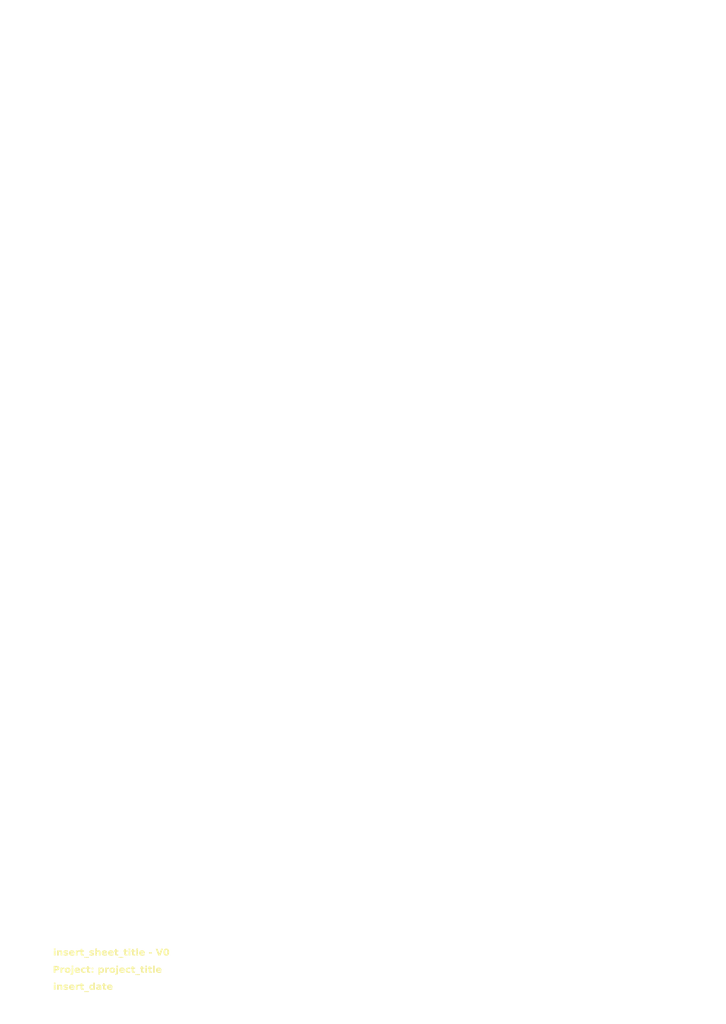
<source format=kicad_pcb>
(kicad_pcb
	(version 20240108)
	(generator "pcbnew")
	(generator_version "8.0")
	(general
		(thickness 0.19)
		(legacy_teardrops no)
	)
	(paper "A4")
	(title_block
		(title "insert_sheet_title")
		(date "insert_date")
		(rev "0")
		(company "University of Cape Town")
		(comment 1 "Project: project_title")
		(comment 2 "Author: name_surname")
	)
	(layers
		(0 "F.Cu" signal)
		(1 "In1.Cu" power)
		(2 "In2.Cu" power)
		(31 "B.Cu" signal)
		(32 "B.Adhes" user "B.Adhesive")
		(33 "F.Adhes" user "F.Adhesive")
		(34 "B.Paste" user)
		(35 "F.Paste" user)
		(36 "B.SilkS" user "B.Silkscreen")
		(37 "F.SilkS" user "F.Silkscreen")
		(38 "B.Mask" user)
		(39 "F.Mask" user)
		(40 "Dwgs.User" user "User.Drawings")
		(41 "Cmts.User" user "User.Comments")
		(44 "Edge.Cuts" user)
		(45 "Margin" user)
		(46 "B.CrtYd" user "B.Courtyard")
		(47 "F.CrtYd" user "F.Courtyard")
		(49 "F.Fab" user)
	)
	(setup
		(stackup
			(layer "F.SilkS"
				(type "Top Silk Screen")
			)
			(layer "F.Paste"
				(type "Top Solder Paste")
			)
			(layer "F.Mask"
				(type "Top Solder Mask")
				(thickness 0.01)
			)
			(layer "F.Cu"
				(type "copper")
				(thickness 0.035)
			)
			(layer "dielectric 1"
				(type "prepreg")
				(thickness 0.01)
				(material "FR4")
				(epsilon_r 4.5)
				(loss_tangent 0.02)
			)
			(layer "In1.Cu"
				(type "copper")
				(thickness 0.035)
			)
			(layer "dielectric 2"
				(type "core")
				(thickness 0.01)
				(material "FR4")
				(epsilon_r 4.5)
				(loss_tangent 0.02)
			)
			(layer "In2.Cu"
				(type "copper")
				(thickness 0.035)
			)
			(layer "dielectric 3"
				(type "prepreg")
				(thickness 0.01)
				(material "FR4")
				(epsilon_r 4.5)
				(loss_tangent 0.02)
			)
			(layer "B.Cu"
				(type "copper")
				(thickness 0.035)
			)
			(layer "B.Mask"
				(type "Bottom Solder Mask")
				(thickness 0.01)
			)
			(layer "B.Paste"
				(type "Bottom Solder Paste")
			)
			(layer "B.SilkS"
				(type "Bottom Silk Screen")
			)
			(copper_finish "None")
			(dielectric_constraints no)
		)
		(pad_to_mask_clearance 0)
		(allow_soldermask_bridges_in_footprints no)
		(grid_origin 211.7752 80.01)
		(pcbplotparams
			(layerselection 0x00010fc_ffffffff)
			(plot_on_all_layers_selection 0x0000000_00000000)
			(disableapertmacros no)
			(usegerberextensions no)
			(usegerberattributes yes)
			(usegerberadvancedattributes yes)
			(creategerberjobfile yes)
			(dashed_line_dash_ratio 12.000000)
			(dashed_line_gap_ratio 3.000000)
			(svgprecision 4)
			(plotframeref no)
			(viasonmask no)
			(mode 1)
			(useauxorigin no)
			(hpglpennumber 1)
			(hpglpenspeed 20)
			(hpglpendiameter 15.000000)
			(pdf_front_fp_property_popups yes)
			(pdf_back_fp_property_popups yes)
			(dxfpolygonmode yes)
			(dxfimperialunits yes)
			(dxfusepcbnewfont yes)
			(psnegative no)
			(psa4output no)
			(plotreference yes)
			(plotvalue yes)
			(plotfptext yes)
			(plotinvisibletext no)
			(sketchpadsonfab no)
			(subtractmaskfromsilk no)
			(outputformat 1)
			(mirror no)
			(drillshape 1)
			(scaleselection 1)
			(outputdirectory "")
		)
	)
	(net 0 "")
	(gr_text "${COMMENT1}"
		(at 257.15 153.5 -0)
		(layer "F.SilkS")
		(uuid "0155fd47-cadb-4c0e-8bf0-a1776acdf645")
		(effects
			(font
				(face "Verdana")
				(size 1 1)
				(thickness 0.15)
				(bold yes)
			)
			(justify left)
		)
		(render_cache "Project: project_title" -0
			(polygon
				(pts
					(xy 257.767091 152.900282) (xy 257.819651 152.904891) (xy 257.87058 152.913761) (xy 257.879064 152.915802)
					(xy 257.927241 152.930663) (xy 257.974472 152.952188) (xy 257.997766 152.966116) (xy 258.036786 152.996506)
					(xy 258.071453 153.035782) (xy 258.092044 153.069431) (xy 258.110678 153.115755) (xy 258.121577 153.168082)
					(xy 258.124773 153.220861) (xy 258.121372 153.271889) (xy 258.111171 153.322024) (xy 258.100593 153.354951)
					(xy 258.079721 153.400975) (xy 258.050522 153.444323) (xy 258.03196 153.46486) (xy 257.992414 153.499679)
					(xy 257.950101 153.528726) (xy 257.905021 153.552) (xy 257.895673 153.555963) (xy 257.845055 153.572191)
					(xy 257.793339 153.581658) (xy 257.742472 153.585986) (xy 257.708339 153.586737) (xy 257.544207 153.586737)
					(xy 257.544207 153.915) (xy 257.280425 153.915) (xy 257.280425 153.086528) (xy 257.544207 153.086528)
					(xy 257.544207 153.399159) (xy 257.619678 153.399159) (xy 257.6705 153.397788) (xy 257.719322 153.392801)
					(xy 257.730565 153.390854) (xy 257.777488 153.374848) (xy 257.803838 153.357149) (xy 257.833971 153.318635)
					(xy 257.840474 153.30366) (xy 257.850832 153.254208) (xy 257.851953 153.227456) (xy 257.842794 153.177062)
					(xy 257.828506 153.151496) (xy 257.792908 153.116622) (xy 257.774284 153.1068) (xy 257.726043 153.092126)
					(xy 257.693928 153.088237) (xy 257.645031 153.086903) (xy 257.593687 153.086529) (xy 257.589637 153.086528)
					(xy 257.544207 153.086528) (xy 257.280425 153.086528) (xy 257.280425 152.898949) (xy 257.714689 152.898949)
				)
			)
			(polygon
				(pts
					(xy 258.851884 153.399159) (xy 258.829902 153.399159) (xy 258.781034 153.387683) (xy 258.778855 153.387435)
					(xy 258.729839 153.383664) (xy 258.720725 153.383527) (xy 258.670839 153.385237) (xy 258.62718 153.390366)
					(xy 258.576881 153.401469) (xy 258.539986 153.412836) (xy 258.539986 153.915) (xy 258.292568 153.915)
					(xy 258.292568 153.149054) (xy 258.539986 153.149054) (xy 258.539986 153.262383) (xy 258.579553 153.230372)
					(xy 258.620855 153.201621) (xy 258.666717 153.176924) (xy 258.682135 153.170792) (xy 258.729737 153.156717)
					(xy 258.780656 153.149394) (xy 258.79351 153.149054) (xy 258.822819 153.149787) (xy 258.851884 153.151985)
				)
			)
			(polygon
				(pts
					(xy 259.403353 153.119527) (xy 259.460646 153.126581) (xy 259.513454 153.139062) (xy 259.561777 153.156969)
					(xy 259.605617 153.180302) (xy 259.652306 153.215464) (xy 259.666434 153.228921) (xy 259.703952 153.273446)
					(xy 259.733707 153.323672) (xy 259.752574 153.369883) (xy 259.76605 153.420053) (xy 259.774136 153.474182)
					(xy 259.776831 153.532271) (xy 259.774124 153.590424) (xy 259.766003 153.644594) (xy 259.752467 153.694781)
					(xy 259.733516 153.740984) (xy 259.703629 153.79117) (xy 259.665945 153.835621) (xy 259.621203 153.873222)
					(xy 259.57909 153.898613) (xy 259.532588 153.918602) (xy 259.481698 153.933189) (xy 259.426419 153.942373)
					(xy 259.366751 153.946155) (xy 259.354291 153.946263) (xy 259.293816 153.943561) (xy 259.237718 153.935458)
					(xy 259.185996 153.921952) (xy 259.138651 153.903043) (xy 259.095684 153.878732) (xy 259.049899 153.842428)
					(xy 259.042882 153.835621) (xy 259.005198 153.79117) (xy 258.97531 153.740984) (xy 258.95636 153.694781)
					(xy 258.942824 153.644594) (xy 258.934702 153.590424) (xy 258.932063 153.533736) (xy 259.188206 153.533736)
					(xy 259.190141 153.583305) (xy 259.197182 153.633487) (xy 259.19993 153.6456) (xy 259.216519 153.693032)
					(xy 259.234124 153.721803) (xy 259.271905 153.754593) (xy 259.286636 153.761859) (xy 259.335164 153.77333)
					(xy 259.356489 153.774316) (xy 259.405262 153.767858) (xy 259.420725 153.762836) (xy 259.462764 153.734977)
					(xy 259.472505 153.723757) (xy 259.497959 153.681339) (xy 259.508653 153.651217) (xy 259.517629 153.600598)
					(xy 259.520515 153.54751) (xy 259.520621 153.533736) (xy 259.518869 153.484873) (xy 259.512397 153.435852)
					(xy 259.508164 153.417477) (xy 259.491334 153.370473) (xy 259.47397 153.34225) (xy 259.435914 153.308728)
					(xy 259.420969 153.301706) (xy 259.371922 153.290486) (xy 259.354291 153.289738) (xy 259.305198 153.295233)
					(xy 259.290788 153.299508) (xy 259.248857 153.326848) (xy 259.237543 153.338831) (xy 259.211943 153.383465)
					(xy 259.201639 153.413813) (xy 259.191997 153.463884) (xy 259.188416 153.516048) (xy 259.188206 153.533736)
					(xy 258.932063 153.533736) (xy 258.931995 153.532271) (xy 258.93472 153.473778) (xy 258.942896 153.419352)
					(xy 258.956521 153.368992) (xy 258.975596 153.322699) (xy 259.005681 153.272516) (xy 259.043614 153.228189)
					(xy 259.088545 153.190671) (xy 259.130684 153.165335) (xy 259.177093 153.14539) (xy 259.227771 153.130836)
					(xy 259.282719 153.121672) (xy 259.341935 153.117899) (xy 259.354291 153.117791)
				)
			)
			(polygon
				(pts
					(xy 260.282414 153.923304) (xy 260.278569 153.976906) (xy 260.267033 154.025084) (xy 260.244433 154.073505)
					(xy 260.211789 154.114844) (xy 260.202058 154.124071) (xy 260.158995 154.155701) (xy 260.110162 154.178293)
					(xy 260.062699 154.190649) (xy 260.010819 154.196085) (xy 259.995184 154.196367) (xy 259.942546 154.19536)
					(xy 259.893778 154.192336) (xy 259.872575 154.190261) (xy 259.822335 154.183705) (xy 259.791974 154.177805)
					(xy 259.791974 153.993157) (xy 259.81127 153.993157) (xy 259.860647 154.003871) (xy 259.862561 154.004148)
					(xy 259.911653 154.008789) (xy 259.962143 154.002017) (xy 260.003809 153.975089) (xy 260.009106 153.967756)
					(xy 260.026971 153.921921) (xy 260.03399 153.871675) (xy 260.03524 153.833178) (xy 260.03524 153.321001)
					(xy 259.888695 153.321001) (xy 259.888695 153.149054) (xy 260.282414 153.149054)
				)
			)
			(polygon
				(pts
					(xy 260.282414 153.024002) (xy 260.019364 153.024002) (xy 260.019364 152.836423) (xy 260.282414 152.836423)
				)
			)
			(polygon
				(pts
					(xy 260.950806 153.120104) (xy 261.002802 153.127045) (xy 261.059167 153.141482) (xy 261.108956 153.162583)
					(xy 261.152167 153.190346) (xy 261.17732 153.212557) (xy 261.209526 153.250931) (xy 261.235068 153.295161)
					(xy 261.253947 153.345247) (xy 261.266163 153.401189) (xy 261.271253 153.452281) (xy 261.272086 153.484888)
					(xy 261.272086 153.571106) (xy 260.705931 153.571106) (xy 260.71367 153.622939) (xy 260.733009 153.671921)
					(xy 260.763654 153.71184) (xy 260.775052 153.722048) (xy 260.820609 153.749611) (xy 260.871644 153.765689)
					(xy 260.924988 153.77304) (xy 260.962142 153.774316) (xy 261.015466 153.770795) (xy 261.067636 153.760232)
					(xy 261.114061 153.744518) (xy 261.160939 153.723513) (xy 261.203717 153.699413) (xy 261.230076 153.680526)
					(xy 261.257676 153.680526) (xy 261.257676 153.881538) (xy 261.211306 153.899265) (xy 261.161551 153.915427)
					(xy 261.113656 153.927869) (xy 261.099651 153.930875) (xy 261.046757 153.939636) (xy 260.995466 153.944444)
					(xy 260.941122 153.946248) (xy 260.935519 153.946263) (xy 260.879149 153.944606) (xy 260.826175 153.939637)
					(xy 260.776597 153.931356) (xy 260.719402 153.916346) (xy 260.667513 153.89616) (xy 260.620932 153.870799)
					(xy 260.579658 153.840261) (xy 260.544054 153.804941) (xy 260.514485 153.765233) (xy 260.49095 153.721136)
					(xy 260.47345 153.67265) (xy 260.461985 153.619775) (xy 260.456553 153.562511) (xy 260.456071 153.538377)
					(xy 260.458927 153.479742) (xy 260.466653 153.430422) (xy 260.705198 153.430422) (xy 261.026133 153.430422)
					(xy 261.018822 153.379232) (xy 260.99616 153.334491) (xy 260.987543 153.325153) (xy 260.944517 153.299733)
					(xy 260.892815 153.290291) (xy 260.874214 153.289738) (xy 260.824263 153.294443) (xy 260.774929 153.311827)
					(xy 260.756734 153.323199) (xy 260.724269 153.360191) (xy 260.707938 153.408355) (xy 260.705198 153.430422)
					(xy 260.466653 153.430422) (xy 260.467496 153.425043) (xy 260.481777 153.374279) (xy 260.501771 153.32745)
					(xy 260.527477 153.284558) (xy 260.558896 153.2456) (xy 260.573063 153.23112) (xy 260.611816 153.198471)
					(xy 260.654803 153.171356) (xy 260.702024 153.149775) (xy 260.753478 153.133728) (xy 260.809166 153.123214)
					(xy 260.869088 153.118234) (xy 260.894242 153.117791)
				)
			)
			(polygon
				(pts
					(xy 261.84337 153.946263) (xy 261.793911 153.944721) (xy 261.740897 153.9393) (xy 261.690665 153.929978)
					(xy 261.658722 153.921594) (xy 261.608767 153.903729) (xy 261.56301 153.880664) (xy 261.52145 153.8524)
					(xy 261.513642 153.846123) (xy 261.478151 153.811619) (xy 261.448002 153.771915) (xy 261.423196 153.727012)
					(xy 261.418876 153.717407) (xy 261.401102 153.666264) (xy 261.390733 153.615789) (xy 261.385697 153.561103)
					(xy 261.38517 153.535446) (xy 261.387414 153.482476) (xy 261.394146 153.43323) (xy 261.407084 153.382282)
					(xy 261.421074 153.345914) (xy 261.446457 153.298668) (xy 261.477422 153.256765) (xy 261.513968 153.220205)
					(xy 261.521946 153.213534) (xy 261.562886 153.185146) (xy 261.607546 153.161957) (xy 261.655927 153.143968)
					(xy 261.66605 153.140994) (xy 261.717784 153.128758) (xy 261.770712 153.121054) (xy 261.824831 153.117881)
					(xy 261.835799 153.117791) (xy 261.888593 153.119782) (xy 261.938501 153.125756) (xy 261.981367 153.134644)
					(xy 262.030105 153.148543) (xy 262.076301 153.165327) (xy 262.105687 153.178119) (xy 262.105687 153.383527)
					(xy 262.07076 153.383527) (xy 262.036078 153.36008) (xy 261.991712 153.336334) (xy 261.986252 153.333946)
					(xy 261.938703 153.317166) (xy 261.924214 153.313429) (xy 261.875458 153.306322) (xy 261.846057 153.305369)
					(xy 261.794028 153.310277) (xy 261.744693 153.32724) (xy 261.704278 153.35632) (xy 261.693893 153.367407)
					(xy 261.665815 153.410369) (xy 261.649436 153.456458) (xy 261.64148 153.509579) (xy 261.640648 153.535446)
					(xy 261.644053 153.586981) (xy 261.65602 153.637076) (xy 261.679424 153.682948) (xy 261.695115 153.70202)
					(xy 261.733769 153.731901) (xy 261.781344 153.750716) (xy 261.831788 153.758186) (xy 261.850209 153.758684)
					(xy 261.899754 153.755902) (xy 261.934228 153.749891) (xy 261.98161 153.735611) (xy 261.99651 153.729131)
					(xy 262.037543 153.705195) (xy 262.07076 153.680526) (xy 262.105687 153.680526) (xy 262.105687 153.887644)
					(xy 262.057411 153.90766) (xy 262.007443 153.924047) (xy 261.98381 153.930387) (xy 261.934293 153.940061)
					(xy 261.885584 153.945007)
				)
			)
			(polygon
				(pts
					(xy 262.758304 153.92306) (xy 262.709305 153.934185) (xy 262.673796 153.939912) (xy 262.624153 153.944675)
					(xy 262.572602 153.946238) (xy 262.564619 153.946263) (xy 262.513082 153.944193) (xy 262.45951 153.936548)
					(xy 262.406929 153.920913) (xy 262.363569 153.897919) (xy 262.349685 153.8874) (xy 262.315682 153.847526)
					(xy 262.2948 153.800956) (xy 262.28374 153.751616) (xy 262.279412 153.69426) (xy 262.279344 153.685411)
					(xy 262.279344 153.321001) (xy 262.177739 153.321001) (xy 262.177739 153.149054) (xy 262.279344 153.149054)
					(xy 262.279344 152.930212) (xy 262.526762 152.930212) (xy 262.526762 153.149054) (xy 262.758304 153.149054)
					(xy 262.758304 153.321001) (xy 262.526762 153.321001) (xy 262.526762 153.596018) (xy 262.527077 153.645135)
					(xy 262.527494 153.667337) (xy 262.536069 153.715663) (xy 262.538485 153.721803) (xy 262.570923 153.759254)
					(xy 262.572435 153.76015) (xy 262.621574 153.77343) (xy 262.64351 153.774316) (xy 262.692126 153.764001)
					(xy 262.694068 153.763325) (xy 262.737787 153.743053) (xy 262.758304 153.743053)
				)
			)
			(polygon
				(pts
					(xy 263.19672 153.41479) (xy 262.939776 153.41479) (xy 262.939776 153.149054) (xy 263.19672 153.149054)
				)
			)
			(polygon
				(pts
					(xy 263.19672 153.915) (xy 262.939776 153.915) (xy 262.939776 153.649263) (xy 263.19672 153.649263)
				)
			)
			(polygon
				(pts
					(xy 264.494954 153.121603) (xy 264.549732 153.135688) (xy 264.598338 153.160152) (xy 264.640773 153.194994)
					(xy 264.667306 153.226235) (xy 264.694531 153.269752) (xy 264.716124 153.318971) (xy 264.732084 153.373891)
					(xy 264.741081 153.424013) (xy 264.746166 153.478095) (xy 264.747418 153.524211) (xy 264.745099 153.577912)
					(xy 264.738144 153.628831) (xy 264.726552 153.676968) (xy 264.718108 153.702508) (xy 264.698154 153.749964)
					(xy 264.672072 153.795774) (xy 264.64166 153.834888) (xy 264.606183 153.869494) (xy 264.563925 153.900006)
					(xy 264.529797 153.91793) (xy 264.481632 153.935195) (xy 264.430925 153.944492) (xy 264.395708 153.946263)
					(xy 264.34555 153.943925) (xy 264.29569 153.935417) (xy 264.283845 153.932096) (xy 264.237377 153.915244)
					(xy 264.192816 153.894121) (xy 264.189811 153.892529) (xy 264.189811 154.196367) (xy 263.942393 154.196367)
					(xy 263.942393 153.743297) (xy 264.189811 153.743297) (xy 264.237331 153.755388) (xy 264.242568 153.755997)
					(xy 264.291401 153.758642) (xy 264.298255 153.758684) (xy 264.349524 153.754067) (xy 264.397199 153.738105)
					(xy 264.438346 153.707379) (xy 264.444556 153.70031) (xy 264.46993 153.657901) (xy 264.484731 153.609863)
					(xy 264.491498 153.559313) (xy 264.492672 153.523967) (xy 264.49026 153.470508) (xy 264.481781 153.419782)
					(xy 264.463126 153.371323) (xy 264.454082 153.357393) (xy 264.415549 153.32371) (xy 264.366885 153.307859)
					(xy 264.332693 153.305369) (xy 264.28341 153.310564) (xy 264.260397 153.31636) (xy 264.213359 153.334568)
					(xy 264.189811 153.347379) (xy 264.189811 153.743297) (xy 263.942393 153.743297) (xy 263.942393 153.149054)
					(xy 264.189811 153.149054) (xy 264.189811 153.22941) (xy 264.229224 153.199649) (xy 264.272879 153.17054)
					(xy 264.306071 153.151008) (xy 264.353274 153.130766) (xy 264.405493 153.119867) (xy 264.443091 153.117791)
				)
			)
			(polygon
				(pts
					(xy 265.480635 153.399159) (xy 265.458653 153.399159) (xy 265.409785 153.387683) (xy 265.407606 153.387435)
					(xy 265.358589 153.383664) (xy 265.349476 153.383527) (xy 265.29959 153.385237) (xy 265.255931 153.390366)
					(xy 265.205632 153.401469) (xy 265.168736 153.412836) (xy 265.168736 153.915) (xy 264.921318 153.915)
					(xy 264.921318 153.149054) (xy 265.168736 153.149054) (xy 265.168736 153.262383) (xy 265.208304 153.230372)
					(xy 265.249606 153.201621) (xy 265.295468 153.176924) (xy 265.310886 153.170792) (xy 265.358488 153.156717)
					(xy 265.409407 153.149394) (xy 265.42226 153.149054) (xy 265.45157 153.149787) (xy 265.480635 153.151985)
				)
			)
			(polygon
				(pts
					(xy 266.032104 153.119527) (xy 266.089396 153.126581) (xy 266.142204 153.139062) (xy 266.190528 153.156969)
					(xy 266.234368 153.180302) (xy 266.281057 153.215464) (xy 266.295184 153.228921) (xy 266.332702 153.273446)
					(xy 266.362458 153.323672) (xy 266.381325 153.369883) (xy 266.394801 153.420053) (xy 266.402887 153.474182)
					(xy 266.405582 153.532271) (xy 266.402875 153.590424) (xy 266.394753 153.644594) (xy 266.381218 153.694781)
					(xy 266.362267 153.740984) (xy 266.33238 153.79117) (xy 266.294696 153.835621) (xy 266.249954 153.873222)
					(xy 266.207841 153.898613) (xy 266.161339 153.918602) (xy 266.110449 153.933189) (xy 266.05517 153.942373)
					(xy 265.995502 153.946155) (xy 265.983042 153.946263) (xy 265.922567 153.943561) (xy 265.866469 153.935458)
					(xy 265.814747 153.921952) (xy 265.767402 153.903043) (xy 265.724434 153.878732) (xy 265.67865 153.842428)
					(xy 265.671632 153.835621) (xy 265.633948 153.79117) (xy 265.604061 153.740984) (xy 265.585111 153.694781)
					(xy 265.571575 153.644594) (xy 265.563453 153.590424) (xy 265.560814 153.533736) (xy 265.816957 153.533736)
					(xy 265.818892 153.583305) (xy 265.825933 153.633487) (xy 265.828681 153.6456) (xy 265.84527 153.693032)
					(xy 265.862875 153.721803) (xy 265.900656 153.754593) (xy 265.915387 153.761859) (xy 265.963915 153.77333)
					(xy 265.98524 153.774316) (xy 266.034012 153.767858) (xy 266.049476 153.762836) (xy 266.091515 153.734977)
					(xy 266.101256 153.723757) (xy 266.12671 153.681339) (xy 266.137404 153.651217) (xy 266.146379 153.600598)
					(xy 266.149266 153.54751) (xy 266.149371 153.533736) (xy 266.14762 153.484873) (xy 266.141148 153.435852)
					(xy 266.136915 153.417477) (xy 266.120085 153.370473) (xy 266.102721 153.34225) (xy 266.064665 153.308728)
					(xy 266.04972 153.301706) (xy 266.000673 153.290486) (xy 265.983042 153.289738) (xy 265.933949 153.295233)
					(xy 265.919539 153.299508) (xy 265.877607 153.326848) (xy 265.866294 153.338831) (xy 265.840694 153.383465)
					(xy 265.83039 153.413813) (xy 265.820748 153.463884) (xy 265.817167 153.516048) (xy 265.816957 153.533736)
					(xy 265.560814 153.533736) (xy 265.560746 153.532271) (xy 265.563471 153.473778) (xy 265.571646 153.419352)
					(xy 265.585272 153.368992) (xy 265.604347 153.322699) (xy 265.634432 153.272516) (xy 265.672365 153.228189)
					(xy 265.717296 153.190671) (xy 265.759435 153.165335) (xy 265.805844 153.14539) (xy 265.856522 153.130836)
					(xy 265.911469 153.121672) (xy 265.970686 153.117899) (xy 265.983042 153.117791)
				)
			)
			(polygon
				(pts
					(xy 266.911165 153.923304) (xy 266.90732 153.976906) (xy 266.895784 154.025084) (xy 266.873184 154.073505)
					(xy 266.84054 154.114844) (xy 266.830809 154.124071) (xy 266.787746 154.155701) (xy 266.738913 154.178293)
					(xy 266.69145 154.190649) (xy 266.63957 154.196085) (xy 266.623935 154.196367) (xy 266.571297 154.19536)
					(xy 266.522529 154.192336) (xy 266.501325 154.190261) (xy 266.451086 154.183705) (xy 266.420725 154.177805)
					(xy 266.420725 153.993157) (xy 266.44002 153.993157) (xy 266.489398 154.003871) (xy 266.491311 154.004148)
					(xy 266.540404 154.008789) (xy 266.590894 154.002017) (xy 266.63256 153.975089) (xy 266.637857 153.967756)
					(xy 266.655722 153.921921) (xy 266.662741 153.871675) (xy 266.663991 153.833178) (xy 266.663991 153.321001)
					(xy 266.517445 153.321001) (xy 266.517445 153.149054) (xy 266.911165 153.149054)
				)
			)
			(polygon
				(pts
					(xy 266.911165 153.024002) (xy 266.648115 153.024002) (xy 266.648115 152.836423) (xy 266.911165 152.836423)
				)
			)
			(polygon
				(pts
					(xy 267.579557 153.120104) (xy 267.631552 153.127045) (xy 267.687918 153.141482) (xy 267.737707 153.162583)
					(xy 267.780917 153.190346) (xy 267.806071 153.212557) (xy 267.838276 153.250931) (xy 267.863819 153.295161)
					(xy 267.882698 153.345247) (xy 267.894914 153.401189) (xy 267.900004 153.452281) (xy 267.900837 153.484888)
					(xy 267.900837 153.571106) (xy 267.334682 153.571106) (xy 267.342421 153.622939) (xy 267.36176 153.671921)
					(xy 267.392405 153.71184) (xy 267.403803 153.722048) (xy 267.44936 153.749611) (xy 267.500395 153.765689)
					(xy 267.553739 153.77304) (xy 267.590893 153.774316) (xy 267.644217 153.770795) (xy 267.696387 153.760232)
					(xy 267.742812 153.744518) (xy 267.789689 153.723513) (xy 267.832468 153.699413) (xy 267.858827 153.680526)
					(xy 267.886427 153.680526) (xy 267.886427 153.881538) (xy 267.840056 153.899265) (xy 267.790302 153.915427)
					(xy 267.742407 153.927869) (xy 267.728401 153.930875) (xy 267.675508 153.939636) (xy 267.624217 153.944444)
					(xy 267.569873 153.946248) (xy 267.56427 153.946263) (xy 267.5079 153.944606) (xy 267.454926 153.939637)
					(xy 267.405348 153.931356) (xy 267.348153 153.916346) (xy 267.296264 153.89616) (xy 267.249683 153.870799)
					(xy 267.208408 153.840261) (xy 267.172805 153.804941) (xy 267.143236 153.765233) (xy 267.119701 153.721136)
					(xy 267.102201 153.67265) (xy 267.090735 153.619775) (xy 267.085304 153.562511) (xy 267.084822 153.538377)
					(xy 267.087678 153.479742) (xy 267.095404 153.430422) (xy 267.333949 153.430422) (xy 267.654884 153.430422)
					(xy 267.647573 153.379232) (xy 267.624911 153.334491) (xy 267.616294 153.325153) (xy 267.573268 153.299733)
					(xy 267.521566 153.290291) (xy 267.502965 153.289738) (xy 267.453014 153.294443) (xy 267.40368 153.311827)
					(xy 267.385484 153.323199) (xy 267.35302 153.360191) (xy 267.336689 153.408355) (xy 267.333949 153.430422)
					(xy 267.095404 153.430422) (xy 267.096247 153.425043) (xy 267.110528 153.374279) (xy 267.130522 153.32745)
					(xy 267.156228 153.284558) (xy 267.187647 153.2456) (xy 267.201814 153.23112) (xy 267.240567 153.198471)
					(xy 267.283554 153.171356) (xy 267.330775 153.149775) (xy 267.382229 153.133728) (xy 267.437917 153.123214)
					(xy 267.497839 153.118234) (xy 267.522993 153.117791)
				)
			)
			(polygon
				(pts
					(xy 268.472121 153.946263) (xy 268.422662 153.944721) (xy 268.369648 153.9393) (xy 268.319416 153.929978)
					(xy 268.287473 153.921594) (xy 268.237518 153.903729) (xy 268.191761 153.880664) (xy 268.150201 153.8524)
					(xy 268.142393 153.846123) (xy 268.106902 153.811619) (xy 268.076753 153.771915) (xy 268.051947 153.727012)
					(xy 268.047627 153.717407) (xy 268.029852 153.666264) (xy 268.019484 153.615789) (xy 268.014448 153.561103)
					(xy 268.013921 153.535446) (xy 268.016165 153.482476) (xy 268.022897 153.43323) (xy 268.035835 153.382282)
					(xy 268.049825 153.345914) (xy 268.075208 153.298668) (xy 268.106173 153.256765) (xy 268.142718 153.220205)
					(xy 268.150697 153.213534) (xy 268.191637 153.185146) (xy 268.236297 153.161957) (xy 268.284678 153.143968)
					(xy 268.294801 153.140994) (xy 268.346535 153.128758) (xy 268.399462 153.121054) (xy 268.453582 153.117881)
					(xy 268.464549 153.117791) (xy 268.517344 153.119782) (xy 268.567252 153.125756) (xy 268.610118 153.134644)
					(xy 268.658856 153.148543) (xy 268.705052 153.165327) (xy 268.734438 153.178119) (xy 268.734438 153.383527)
					(xy 268.699511 153.383527) (xy 268.664829 153.36008) (xy 268.620463 153.336334) (xy 268.615003 153.333946)
					(xy 268.567454 153.317166) (xy 268.552965 153.313429) (xy 268.504209 153.306322) (xy 268.474808 153.305369)
					(xy 268.422779 153.310277) (xy 268.373444 153.32724) (xy 268.333029 153.35632) (xy 268.322644 153.367407)
					(xy 268.294566 153.410369) (xy 268.278187 153.456458) (xy 268.270231 153.509579) (xy 268.269399 153.535446)
					(xy 268.272803 153.586981) (xy 268.284771 153.637076) (xy 268.308175 153.682948) (xy 268.323866 153.70202)
					(xy 268.36252 153.731901) (xy 268.410095 153.750716) (xy 268.460539 153.758186) (xy 268.47896 153.758684)
					(xy 268.528505 153.755902) (xy 268.562979 153.749891) (xy 268.610361 153.735611) (xy 268.625261 153.729131)
					(xy 268.666294 153.705195) (xy 268.699511 153.680526) (xy 268.734438 153.680526) (xy 268.734438 153.887644)
					(xy 268.686162 153.90766) (xy 268.636194 153.924047) (xy 268.612561 153.930387) (xy 268.563044 153.940061)
					(xy 268.514335 153.945007)
				)
			)
			(polygon
				(pts
					(xy 269.387055 153.92306) (xy 269.338056 153.934185) (xy 269.302547 153.939912) (xy 269.252904 153.944675)
					(xy 269.201353 153.946238) (xy 269.19337 153.946263) (xy 269.141833 153.944193) (xy 269.088261 153.936548)
					(xy 269.03568 153.920913) (xy 268.99232 153.897919) (xy 268.978436 153.8874) (xy 268.944433 153.847526)
					(xy 268.92355 153.800956) (xy 268.912491 153.751616) (xy 268.908163 153.69426) (xy 268.908094 153.685411)
					(xy 268.908094 153.321001) (xy 268.806489 153.321001) (xy 268.806489 153.149054) (xy 268.908094 153.149054)
					(xy 268.908094 152.930212) (xy 269.155512 152.930212) (xy 269.155512 153.149054) (xy 269.387055 153.149054)
					(xy 269.387055 153.321001) (xy 269.155512 153.321001) (xy 269.155512 153.596018) (xy 269.155828 153.645135)
					(xy 269.156245 153.667337) (xy 269.16482 153.715663) (xy 269.167236 153.721803) (xy 269.199674 153.759254)
					(xy 269.201186 153.76015) (xy 269.250324 153.77343) (xy 269.27226 153.774316) (xy 269.320877 153.764001)
					(xy 269.322819 153.763325) (xy 269.366538 153.743053) (xy 269.387055 153.743053)
				)
			)
			(polygon
				(pts
					(xy 270.425087 154.149473) (xy 269.40293 154.149473) (xy 269.40293 154.008789) (xy 270.425087 154.008789)
				)
			)
			(polygon
				(pts
					(xy 271.018597 153.92306) (xy 270.969598 153.934185) (xy 270.934089 153.939912) (xy 270.884446 153.944675)
					(xy 270.832895 153.946238) (xy 270.824912 153.946263) (xy 270.773375 153.944193) (xy 270.719803 153.936548)
					(xy 270.667223 153.920913) (xy 270.623862 153.897919) (xy 270.609979 153.8874) (xy 270.575975 153.847526)
					(xy 270.555093 153.800956) (xy 270.544033 153.751616) (xy 270.539705 153.69426) (xy 270.539637 153.685411)
					(xy 270.539637 153.321001) (xy 270.438032 153.321001) (xy 270.438032 153.149054) (xy 270.539637 153.149054)
					(xy 270.539637 152.930212) (xy 270.787055 152.930212) (xy 270.787055 153.149054) (xy 271.018597 153.149054)
					(xy 271.018597 153.321001) (xy 270.787055 153.321001) (xy 270.787055 153.596018) (xy 270.78737 153.645135)
					(xy 270.787787 153.667337) (xy 270.796363 153.715663) (xy 270.798778 153.721803) (xy 270.831216 153.759254)
					(xy 270.832728 153.76015) (xy 270.881867 153.77343) (xy 270.903803 153.774316) (xy 270.952419 153.764001)
					(xy 270.954361 153.763325) (xy 270.99808 153.743053) (xy 271.018597 153.743053)
				)
			)
			(polygon
				(pts
					(xy 271.40963 153.915) (xy 271.162212 153.915) (xy 271.162212 153.149054) (xy 271.40963 153.149054)
				)
			)
			(polygon
				(pts
					(xy 271.416468 153.024002) (xy 271.155373 153.024002) (xy 271.155373 152.836423) (xy 271.416468 152.836423)
				)
			)
			(polygon
				(pts
					(xy 272.133321 153.92306) (xy 272.084323 153.934185) (xy 272.048813 153.939912) (xy 271.999171 153.944675)
					(xy 271.947619 153.946238) (xy 271.939637 153.946263) (xy 271.888099 153.944193) (xy 271.834528 153.936548)
					(xy 271.781947 153.920913) (xy 271.738586 153.897919) (xy 271.724703 153.8874) (xy 271.6907 153.847526)
					(xy 271.669817 153.800956) (xy 271.658757 153.751616) (xy 271.65443 153.69426) (xy 271.654361 153.685411)
					(xy 271.654361 153.321001) (xy 271.552756 153.321001) (xy 271.552756 153.149054) (xy 271.654361 153.149054)
					(xy 271.654361 152.930212) (xy 271.901779 152.930212) (xy 271.901779 153.149054) (xy 272.133321 153.149054)
					(xy 272.133321 153.321001) (xy 271.901779 153.321001) (xy 271.901779 153.596018) (xy 271.902095 153.645135)
					(xy 271.902512 153.667337) (xy 271.911087 153.715663) (xy 271.913503 153.721803) (xy 271.94594 153.759254)
					(xy 271.947452 153.76015) (xy 271.996591 153.77343) (xy 272.018527 153.774316) (xy 272.067143 153.764001)
					(xy 272.069085 153.763325) (xy 272.112805 153.743053) (xy 272.133321 153.743053)
				)
			)
			(polygon
				(pts
					(xy 272.524354 153.915) (xy 272.276936 153.915) (xy 272.276936 152.836423) (xy 272.524354 152.836423)
				)
			)
			(polygon
				(pts
					(xy 273.193234 153.120104) (xy 273.24523 153.127045) (xy 273.301596 153.141482) (xy 273.351384 153.162583)
					(xy 273.394595 153.190346) (xy 273.419748 153.212557) (xy 273.451954 153.250931) (xy 273.477496 153.295161)
					(xy 273.496376 153.345247) (xy 273.508592 153.401189) (xy 273.513682 153.452281) (xy 273.514515 153.484888)
					(xy 273.514515 153.571106) (xy 272.94836 153.571106) (xy 272.956098 153.622939) (xy 272.975437 153.671921)
					(xy 273.006082 153.71184) (xy 273.01748 153.722048) (xy 273.063037 153.749611) (xy 273.114072 153.765689)
					(xy 273.167416 153.77304) (xy 273.20457 153.774316) (xy 273.257894 153.770795) (xy 273.310064 153.760232)
					(xy 273.356489 153.744518) (xy 273.403367 153.723513) (xy 273.446146 153.699413) (xy 273.472505 153.680526)
					(xy 273.500104 153.680526) (xy 273.500104 153.881538) (xy 273.453734 153.899265) (xy 273.403979 153.915427)
					(xy 273.356085 153.927869) (xy 273.342079 153.930875) (xy 273.289185 153.939636) (xy 273.237894 153.944444)
					(xy 273.18355 153.946248) (xy 273.177948 153.946263) (xy 273.121577 153.944606) (xy 273.068603 153.939637)
					(xy 273.019026 153.931356) (xy 272.96183 153.916346) (xy 272.909942 153.89616) (xy 272.86336 153.870799)
					(xy 272.822086 153.840261) (xy 272.786482 153.804941) (xy 272.756913 153.765233) (xy 272.733379 153.721136)
					(xy 272.715879 153.67265) (xy 272.704413 153.619775) (xy 272.698982 153.562511) (xy 272.698499 153.538377)
					(xy 272.701355 153.479742) (xy 272.709081 153.430422) (xy 272.947627 153.430422) (xy 273.268562 153.430422)
					(xy 273.26125 153.379232) (xy 273.238589 153.334491) (xy 273.229972 153.325153) (xy 273.186945 153.299733)
					(xy 273.135244 153.290291) (xy 273.116643 153.289738) (xy 273.066691 153.294443) (xy 273.017357 153.311827)
					(xy 272.999162 153.323199) (xy 272.966698 153.360191) (xy 272.950366 153.408355) (xy 272.947627 153.430422)
					(xy 272.709081 153.430422) (xy 272.709924 153.425043) (xy 272.724205 153.374279) (xy 272.744199 153.32745)
					(xy 272.769906 153.284558) (xy 272.801324 153.2456) (xy 272.815491 153.23112) (xy 272.854245 153.198471)
					(xy 272.897232 153.171356) (xy 272.944452 153.149775) (xy 272.995907 153.133728) (xy 273.051595 153.123214)
					(xy 273.111517 153.118234) (xy 273.136671 153.117791)
				)
			)
		)
	)
	(gr_text "${ISSUE_DATE}"
		(at 257.188556 156.6 -0)
		(layer "F.SilkS")
		(uuid "9548ad65-89cb-4f58-b20e-418f443bca86")
		(effects
			(font
				(face "Verdana")
				(size 1 1)
				(thickness 0.2)
				(bold yes)
			)
			(justify left bottom)
		)
		(render_cache "insert_date" -0
			(polygon
				(pts
					(xy 257.552722 156.43) (xy 257.305304 156.43) (xy 257.305304 155.664054) (xy 257.552722 155.664054)
				)
			)
			(polygon
				(pts
					(xy 257.55956 155.539002) (xy 257.298465 155.539002) (xy 257.298465 155.351423) (xy 257.55956 155.351423)
				)
			)
			(polygon
				(pts
					(xy 258.558025 156.43) (xy 258.309386 156.43) (xy 258.309386 156.046538) (xy 258.308007 155.997041)
					(xy 258.304501 155.953482) (xy 258.295933 155.904805) (xy 258.288137 155.884849) (xy 258.252715 155.850043)
					(xy 258.247837 155.847725) (xy 258.199067 155.836928) (xy 258.174075 155.836001) (xy 258.125119 155.841679)
					(xy 258.105687 155.846992) (xy 258.060045 155.865882) (xy 258.030461 155.882163) (xy 258.030461 156.43)
					(xy 257.783043 156.43) (xy 257.783043 155.664054) (xy 258.030461 155.664054) (xy 258.030461 155.739769)
					(xy 258.071176 155.709768) (xy 258.114805 155.682222) (xy 258.157223 155.66039) (xy 258.204724 155.643572)
					(xy 258.256004 155.634516) (xy 258.292289 155.632791) (xy 258.344286 155.636297) (xy 258.397329 155.648891)
					(xy 258.443563 155.670644) (xy 258.482989 155.701556) (xy 258.487439 155.706064) (xy 258.51832 155.747219)
					(xy 258.540379 155.797411) (xy 258.552442 155.848742) (xy 258.557405 155.898247) (xy 258.558025 155.924905)
				)
			)
			(polygon
				(pts
					(xy 259.45 156.190642) (xy 259.444869 156.2416) (xy 259.429477 156.288048) (xy 259.403823 156.329984)
					(xy 259.367908 156.367408) (xy 259.342777 156.386769) (xy 259.299795 156.412085) (xy 259.251266 156.432163)
					(xy 259.197191 156.447004) (xy 259.14789 156.45537) (xy 259.094737 156.460099) (xy 259.049442 156.461263)
					(xy 258.999112 156.460057) (xy 258.945375 156.455817) (xy 258.89469 156.448525) (xy 258.862596 156.441967)
					(xy 258.813456 156.429502) (xy 258.766841 156.414854) (xy 258.728018 156.399225) (xy 258.728018 156.195526)
					(xy 258.750733 156.195526) (xy 258.793475 156.222149) (xy 258.839058 156.244125) (xy 258.862596 156.253412)
					(xy 258.909179 156.268662) (xy 258.949791 156.278813) (xy 259.000349 156.28669) (xy 259.050853 156.289305)
					(xy 259.054327 156.289316) (xy 259.103591 156.287152) (xy 259.152714 156.277535) (xy 259.162038 156.273928)
					(xy 259.19635 156.237529) (xy 259.197209 156.228499) (xy 259.176448 156.186978) (xy 259.130691 156.16964)
					(xy 259.09829 156.162065) (xy 259.048522 156.152432) (xy 259.023552 156.148387) (xy 258.9735 156.13914)
					(xy 258.938311 156.130558) (xy 258.889081 156.114682) (xy 258.841835 156.092151) (xy 258.799446 156.061315)
					(xy 258.78224 156.043607) (xy 258.753316 155.999537) (xy 258.736399 155.948598) (xy 258.731438 155.896329)
					(xy 258.738032 155.842061) (xy 258.757816 155.792587) (xy 258.790789 155.747906) (xy 258.830459 155.712742)
					(xy 258.83695 155.708018) (xy 258.879231 155.682452) (xy 258.926939 155.662176) (xy 258.980073 155.64719)
					(xy 259.028497 155.638741) (xy 259.08069 155.633966) (xy 259.125157 155.632791) (xy 259.178504 155.634508)
					(xy 259.230468 155.63966) (xy 259.281048 155.648247) (xy 259.290998 155.650376) (xy 259.341473 155.662616)
					(xy 259.390557 155.677899) (xy 259.415073 155.687745) (xy 259.415073 155.882896) (xy 259.393824 155.882896)
					(xy 259.35041 155.858704) (xy 259.302599 155.838153) (xy 259.268283 155.826475) (xy 259.219721 155.814099)
					(xy 259.170755 155.806861) (xy 259.12589 155.804738) (xy 259.07713 155.80773) (xy 259.0276 155.819408)
					(xy 259.025017 155.820369) (xy 258.986778 155.851236) (xy 258.984229 155.864822) (xy 259.002791 155.907564)
					(xy 259.048718 155.926798) (xy 259.089986 155.936873) (xy 259.139502 155.946242) (xy 259.171319 155.951772)
					(xy 259.220581 155.961252) (xy 259.259002 155.970334) (xy 259.309801 155.987254) (xy 259.356818 156.011583)
					(xy 259.397076 156.045067) (xy 259.403105 156.051912) (xy 259.429804 156.093319) (xy 259.44542 156.141306)
				)
			)
			(polygon
				(pts
					(xy 260.048538 155.635104) (xy 260.100534 155.642045) (xy 260.1569 155.656482) (xy 260.206688 155.677583)
					(xy 260.249899 155.705346) (xy 260.275052 155.727557) (xy 260.307258 155.765931) (xy 260.332801 155.810161)
					(xy 260.35168 155.860247) (xy 260.363896 155.916189) (xy 260.368986 155.967281) (xy 260.369819 155.999888)
					(xy 260.369819 156.086106) (xy 259.803664 156.086106) (xy 259.811402 156.137939) (xy 259.830741 156.186921)
					(xy 259.861386 156.22684) (xy 259.872784 156.237048) (xy 259.918341 156.264611) (xy 259.969376 156.280689)
					(xy 260.02272 156.28804) (xy 260.059874 156.289316) (xy 260.113199 156.285795) (xy 260.165368 156.275232)
					(xy 260.211793 156.259518) (xy 260.258671 156.238513) (xy 260.30145 156.214413) (xy 260.327809 156.195526)
					(xy 260.355408 156.195526) (xy 260.355408 156.396538) (xy 260.309038 156.414265) (xy 260.259283 156.430427)
					(xy 260.211389 156.442869) (xy 260.197383 156.445875) (xy 260.144489 156.454636) (xy 260.093198 156.459444)
					(xy 260.038854 156.461248) (xy 260.033252 156.461263) (xy 259.976881 156.459606) (xy 259.923907 156.454637)
					(xy 259.87433 156.446356) (xy 259.817134 156.431346) (xy 259.765246 156.41116) (xy 259.718665 156.385799)
					(xy 259.67739 156.355261) (xy 259.641786 156.319941) (xy 259.612217 156.280233) (xy 259.588683 156.236136)
					(xy 259.571183 156.18765) (xy 259.559717 156.134775) (xy 259.554286 156.077511) (xy 259.553803 156.053377)
					(xy 259.556659 155.994742) (xy 259.564385 155.945422) (xy 259.802931 155.945422) (xy 260.123866 155.945422)
					(xy 260.116554 155.894232) (xy 260.093893 155.849491) (xy 260.085276 155.840153) (xy 260.042249 155.814733)
					(xy 259.990548 155.805291) (xy 259.971947 155.804738) (xy 259.921996 155.809443) (xy 259.872661 155.826827)
					(xy 259.854466 155.838199) (xy 259.822002 155.875191) (xy 259.80567 155.923355) (xy 259.802931 155.945422)
					(xy 259.564385 155.945422) (xy 259.565228 155.940043) (xy 259.57951 155.889279) (xy 259.599503 155.84245)
					(xy 259.62521 155.799558) (xy 259.656629 155.7606) (xy 259.670796 155.74612) (xy 259.709549 155.713471)
					(xy 259.752536 155.686356) (xy 259.799756 155.664775) (xy 259.851211 155.648728) (xy 259.906899 155.638214)
					(xy 259.966821 155.633234) (xy 259.991975 155.632791)
				)
			)
			(polygon
				(pts
					(xy 261.098395 155.914159) (xy 261.076413 155.914159) (xy 261.027546 155.902683) (xy 261.025366 155.902435)
					(xy 260.97635 155.898664) (xy 260.967237 155.898527) (xy 260.91735 155.900237) (xy 260.873692 155.905366)
					(xy 260.823393 155.916469) (xy 260.786497 155.927836) (xy 260.786497 156.43) (xy 260.539079 156.43)
					(xy 260.539079 155.664054) (xy 260.786497 155.664054) (xy 260.786497 155.777383) (xy 260.826064 155.745372)
					(xy 260.867366 155.716621) (xy 260.913228 155.691924) (xy 260.928646 155.685792) (xy 260.976249 155.671717)
					(xy 261.027168 155.664394) (xy 261.040021 155.664054) (xy 261.06933 155.664787) (xy 261.098395 155.666985)
				)
			)
			(polygon
				(pts
					(xy 261.728053 156.43806) (xy 261.679055 156.449185) (xy 261.643545 156.454912) (xy 261.593903 156.459675)
					(xy 261.542351 156.461238) (xy 261.534368 156.461263) (xy 261.482831 156.459193) (xy 261.42926 156.451548)
					(xy 261.376679 156.435913) (xy 261.333318 156.412919) (xy 261.319435 156.4024) (xy 261.285432 156.362526)
					(xy 261.264549 156.315956) (xy 261.253489 156.266616) (xy 261.249162 156.20926) (xy 261.249093 156.200411)
					(xy 261.249093 155.836001) (xy 261.147488 155.836001) (xy 261.147488 155.664054) (xy 261.249093 155.664054)
					(xy 261.249093 155.445212) (xy 261.496511 155.445212) (xy 261.496511 155.664054) (xy 261.728053 155.664054)
					(xy 261.728053 155.836001) (xy 261.496511 155.836001) (xy 261.496511 156.111018) (xy 261.496826 156.160135)
					(xy 261.497244 156.182337) (xy 261.505819 156.230663) (xy 261.508234 156.236803) (xy 261.540672 156.274254)
					(xy 261.542184 156.27515) (xy 261.591323 156.28843) (xy 261.613259 156.289316) (xy 261.661875 156.279001)
					(xy 261.663817 156.278325) (xy 261.707537 156.258053) (xy 261.728053 156.258053)
				)
			)
			(polygon
				(pts
					(xy 262.766085 156.664473) (xy 261.743929 156.664473) (xy 261.743929 156.523789) (xy 262.766085 156.523789)
				)
			)
			(polygon
				(pts
					(xy 263.616295 156.43) (xy 263.369121 156.43) (xy 263.369121 156.349644) (xy 263.329937 156.380093)
					(xy 263.288708 156.408463) (xy 263.249442 156.431465) (xy 263.201532 156.450758) (xy 263.152228 156.459837)
					(xy 263.121214 156.461263) (xy 263.07035 156.457381) (xy 263.016022 156.443043) (xy 262.967093 156.418138)
					(xy 262.923564 156.382669) (xy 262.895778 156.350865) (xy 262.867059 156.306678) (xy 262.844281 156.257098)
					(xy 262.827445 156.202127) (xy 262.817955 156.152198) (xy 262.812591 156.098524) (xy 262.811305 156.05411)
					(xy 263.06626 156.05411) (xy 263.068702 156.107813) (xy 263.077289 156.158813) (xy 263.096179 156.207609)
					(xy 263.105338 156.22166) (xy 263.145068 156.255344) (xy 263.195552 156.271195) (xy 263.231124 156.273684)
					(xy 263.281594 156.266997) (xy 263.302442 156.260739) (xy 263.348239 156.240278) (xy 263.369121 156.226789)
					(xy 263.369121 155.841374) (xy 263.321329 155.826575) (xy 263.314166 155.825254) (xy 263.264421 155.820388)
					(xy 263.26141 155.820369) (xy 263.210319 155.825277) (xy 263.162615 155.84224) (xy 263.121161 155.874895)
					(xy 263.114864 155.882407) (xy 263.089233 155.925727) (xy 263.074281 155.972749) (xy 263.067019 156.027384)
					(xy 263.06626 156.05411) (xy 262.811305 156.05411) (xy 262.81127 156.052889) (xy 262.813511 155.998494)
					(xy 262.820235 155.947693) (xy 262.832962 155.895463) (xy 262.839602 155.875812) (xy 262.859514 155.829592)
					(xy 262.886155 155.783764) (xy 262.91776 155.743189) (xy 262.955564 155.707251) (xy 262.999001 155.677838)
					(xy 263.031089 155.661856) (xy 263.081097 155.644144) (xy 263.131106 155.634607) (xy 263.164445 155.632791)
					(xy 263.216652 155.63525) (xy 263.266573 155.644198) (xy 263.278018 155.64769) (xy 263.325869 155.665535)
					(xy 263.369121 155.685059) (xy 263.369121 155.351423) (xy 263.616295 155.351423)
				)
			)
			(polygon
				(pts
					(xy 264.210114 155.63381) (xy 264.268557 155.637949) (xy 264.321287 155.645273) (xy 264.377023 155.658265)
					(xy 264.424533 155.675842) (xy 264.463817 155.698004) (xy 264.50485 155.735251) (xy 264.534159 155.781779)
					(xy 264.550188 155.830105) (xy 264.55724 155.885536) (xy 264.557606 155.902679) (xy 264.557606 156.43)
					(xy 264.312387 156.43) (xy 264.312387 156.348178) (xy 264.271808 156.378253) (xy 264.262805 156.384815)
					(xy 264.220628 156.411605) (xy 264.207362 156.418276) (xy 264.160727 156.439323) (xy 264.131647 156.449295)
					(xy 264.082572 156.459287) (xy 264.045918 156.461263) (xy 263.993192 156.456988) (xy 263.944923 156.444166)
					(xy 263.895949 156.419522) (xy 263.861759 156.392875) (xy 263.829274 156.356192) (xy 263.803823 156.309268)
					(xy 263.790119 156.256355) (xy 263.787509 156.217752) (xy 263.789313 156.193084) (xy 264.038835 156.193084)
					(xy 264.042987 156.232896) (xy 264.063503 156.262205) (xy 264.101361 156.282721) (xy 264.150764 156.289)
					(xy 264.169993 156.289316) (xy 264.21914 156.282689) (xy 264.24522 156.273928) (xy 264.289432 156.250973)
					(xy 264.312387 156.233628) (xy 264.312387 156.070474) (xy 264.263568 156.075064) (xy 264.214614 156.080607)
					(xy 264.203699 156.081953) (xy 264.155145 156.089359) (xy 264.115038 156.09905) (xy 264.070756 156.121806)
					(xy 264.058374 156.133733) (xy 264.039522 156.17976) (xy 264.038835 156.193084) (xy 263.789313 156.193084)
					(xy 263.791182 156.16753) (xy 263.803707 156.119338) (xy 263.825122 156.078534) (xy 263.857946 156.041279)
					(xy 263.899631 156.010482) (xy 263.932345 155.993538) (xy 263.978589 155.975787) (xy 264.031225 155.961614)
					(xy 264.084063 155.951918) (xy 264.102826 155.94933) (xy 264.154102 155.943162) (xy 264.206324 155.93785)
					(xy 264.259493 155.933393) (xy 264.313608 155.92979) (xy 264.313608 155.925394) (xy 264.304982 155.876802)
					(xy 264.27359 155.838066) (xy 264.26134 155.830872) (xy 264.210888 155.813951) (xy 264.160942 155.806805)
					(xy 264.107711 155.804738) (xy 264.056571 155.808809) (xy 264.007003 155.819794) (xy 263.977041 155.829406)
					(xy 263.930547 155.846293) (xy 263.883613 155.86469) (xy 263.877634 155.867264) (xy 263.85492 155.867264)
					(xy 263.85492 155.672847) (xy 263.906272 155.661123) (xy 263.955815 155.65193) (xy 263.98217 155.647445)
					(xy 264.031924 155.640361) (xy 264.081715 155.635596) (xy 264.131546 155.633149) (xy 264.159246 155.632791)
				)
			)
			(polygon
				(pts
					(xy 265.273482 156.43806) (xy 265.224484 156.449185) (xy 265.188974 156.454912) (xy 265.139332 156.459675)
					(xy 265.08778 156.461238) (xy 265.079798 156.461263) (xy 265.028261 156.459193) (xy 264.974689 156.451548)
					(xy 264.922108 156.435913) (xy 264.878747 156.412919) (xy 264.864864 156.4024) (xy 264.830861 156.362526)
					(xy 264.809978 156.315956) (xy 264.798918 156.266616) (xy 264.794591 156.20926) (xy 264.794522 156.200411)
					(xy 264.794522 155.836001) (xy 264.692917 155.836001) (xy 264.692917 155.664054) (xy 264.794522 155.664054)
					(xy 264.794522 155.445212) (xy 265.04194 155.445212) (xy 265.04194 155.664054) (xy 265.273482 155.664054)
					(xy 265.273482 155.836001) (xy 265.04194 155.836001) (xy 265.04194 156.111018) (xy 265.042256 156.160135)
					(xy 265.042673 156.182337) (xy 265.051248 156.230663) (xy 265.053664 156.236803) (xy 265.086101 156.274254)
					(xy 265.087613 156.27515) (xy 265.136752 156.28843) (xy 265.158688 156.289316) (xy 265.207304 156.279001)
					(xy 265.209246 156.278325) (xy 265.252966 156.258053) (xy 265.273482 156.258053)
				)
			)
			(polygon
				(pts
					(xy 265.855656 155.635104) (xy 265.907652 155.642045) (xy 265.964018 155.656482) (xy 266.013806 155.677583)
					(xy 266.057017 155.705346) (xy 266.08217 155.727557) (xy 266.114376 155.765931) (xy 266.139918 155.810161)
					(xy 266.158798 155.860247) (xy 266.171014 155.916189) (xy 266.176104 155.967281) (xy 266.176937 155.999888)
					(xy 266.176937 156.086106) (xy 265.610782 156.086106) (xy 265.61852 156.137939) (xy 265.637859 156.186921)
					(xy 265.668504 156.22684) (xy 265.679902 156.237048) (xy 265.725459 156.264611) (xy 265.776494 156.280689)
					(xy 265.829838 156.28804) (xy 265.866992 156.289316) (xy 265.920316 156.285795) (xy 265.972486 156.275232)
					(xy 266.018911 156.259518) (xy 266.065789 156.238513) (xy 266.108568 156.214413) (xy 266.134927 156.195526)
					(xy 266.162526 156.195526) (xy 266.162526 156.396538) (xy 266.116156 156.414265) (xy 266.066401 156.430427)
					(xy 266.018507 156.442869) (xy 266.004501 156.445875) (xy 265.951607 156.454636) (xy 265.900316 156.459444)
					(xy 265.845972 156.461248) (xy 265.84037 156.461263) (xy 265.783999 156.459606) (xy 265.731025 156.454637)
					(xy 265.681448 156.446356) (xy 265.624252 156.431346) (xy 265.572364 156.41116) (xy 265.525782 156.385799)
					(xy 265.484508 156.355261) (xy 265.448904 156.319941) (xy 265.419335 156.280233) (xy 265.395801 156.236136)
					(xy 265.378301 156.18765) (xy 265.366835 156.134775) (xy 265.361404 156.077511) (xy 265.360921 156.053377)
					(xy 265.363777 155.994742) (xy 265.371503 155.945422) (xy 265.610049 155.945422) (xy 265.930984 155.945422)
					(xy 265.923672 155.894232) (xy 265.901011 155.849491) (xy 265.892394 155.840153) (xy 265.849367 155.814733)
					(xy 265.797666 155.805291) (xy 265.779065 155.804738) (xy 265.729113 155.809443) (xy 265.679779 155.826827)
					(xy 265.661584 155.838199) (xy 265.62912 155.875191) (xy 265.612788 155.923355) (xy 265.610049 155.945422)
					(xy 265.371503 155.945422) (xy 265.372346 155.940043) (xy 265.386627 155.889279) (xy 265.406621 155.84245)
					(xy 265.432328 155.799558) (xy 265.463746 155.7606) (xy 265.477913 155.74612) (xy 265.516667 155.713471)
					(xy 265.559654 155.686356) (xy 265.606874 155.664775) (xy 265.658329 155.648728) (xy 265.714017 155.638214)
					(xy 265.773939 155.633234) (xy 265.799093 155.632791)
				)
			)
		)
	)
	(gr_text "${TITLE} - V${REVISION}"
		(at 257.188556 150.95 -0)
		(layer "F.SilkS")
		(uuid "c3fb2c2b-c260-48a7-8fe8-15ece3459139")
		(effects
			(font
				(face "Verdana")
				(size 1 1)
				(thickness 0.2)
				(bold yes)
			)
			(justify left)
		)
		(render_cache "insert_sheet_title - V0" -0
			(polygon
				(pts
					(xy 257.552722 151.365) (xy 257.305304 151.365) (xy 257.305304 150.599054) (xy 257.552722 150.599054)
				)
			)
			(polygon
				(pts
					(xy 257.55956 150.474002) (xy 257.298465 150.474002) (xy 257.298465 150.286423) (xy 257.55956 150.286423)
				)
			)
			(polygon
				(pts
					(xy 258.558025 151.365) (xy 258.309386 151.365) (xy 258.309386 150.981538) (xy 258.308007 150.932041)
					(xy 258.304501 150.888482) (xy 258.295933 150.839805) (xy 258.288137 150.819849) (xy 258.252715 150.785043)
					(xy 258.247837 150.782725) (xy 258.199067 150.771928) (xy 258.174075 150.771001) (xy 258.125119 150.776679)
					(xy 258.105687 150.781992) (xy 258.060045 150.800882) (xy 258.030461 150.817163) (xy 258.030461 151.365)
					(xy 257.783043 151.365) (xy 257.783043 150.599054) (xy 258.030461 150.599054) (xy 258.030461 150.674769)
					(xy 258.071176 150.644768) (xy 258.114805 150.617222) (xy 258.157223 150.59539) (xy 258.204724 150.578572)
					(xy 258.256004 150.569516) (xy 258.292289 150.567791) (xy 258.344286 150.571297) (xy 258.397329 150.583891)
					(xy 258.443563 150.605644) (xy 258.482989 150.636556) (xy 258.487439 150.641064) (xy 258.51832 150.682219)
					(xy 258.540379 150.732411) (xy 258.552442 150.783742) (xy 258.557405 150.833247) (xy 258.558025 150.859905)
				)
			)
			(polygon
				(pts
					(xy 259.45 151.125642) (xy 259.444869 151.1766) (xy 259.429477 151.223048) (xy 259.403823 151.264984)
					(xy 259.367908 151.302408) (xy 259.342777 151.321769) (xy 259.299795 151.347085) (xy 259.251266 151.367163)
					(xy 259.197191 151.382004) (xy 259.14789 151.39037) (xy 259.094737 151.395099) (xy 259.049442 151.396263)
					(xy 258.999112 151.395057) (xy 258.945375 151.390817) (xy 258.89469 151.383525) (xy 258.862596 151.376967)
					(xy 258.813456 151.364502) (xy 258.766841 151.349854) (xy 258.728018 151.334225) (xy 258.728018 151.130526)
					(xy 258.750733 151.130526) (xy 258.793475 151.157149) (xy 258.839058 151.179125) (xy 258.862596 151.188412)
					(xy 258.909179 151.203662) (xy 258.949791 151.213813) (xy 259.000349 151.22169) (xy 259.050853 151.224305)
					(xy 259.054327 151.224316) (xy 259.103591 151.222152) (xy 259.152714 151.212535) (xy 259.162038 151.208928)
					(xy 259.19635 151.172529) (xy 259.197209 151.163499) (xy 259.176448 151.121978) (xy 259.130691 151.10464)
					(xy 259.09829 151.097065) (xy 259.048522 151.087432) (xy 259.023552 151.083387) (xy 258.9735 151.07414)
					(xy 258.938311 151.065558) (xy 258.889081 151.049682) (xy 258.841835 151.027151) (xy 258.799446 150.996315)
					(xy 258.78224 150.978607) (xy 258.753316 150.934537) (xy 258.736399 150.883598) (xy 258.731438 150.831329)
					(xy 258.738032 150.777061) (xy 258.757816 150.727587) (xy 258.790789 150.682906) (xy 258.830459 150.647742)
					(xy 258.83695 150.643018) (xy 258.879231 150.617452) (xy 258.926939 150.597176) (xy 258.980073 150.58219)
					(xy 259.028497 150.573741) (xy 259.08069 150.568966) (xy 259.125157 150.567791) (xy 259.178504 150.569508)
					(xy 259.230468 150.57466) (xy 259.281048 150.583247) (xy 259.290998 150.585376) (xy 259.341473 150.597616)
					(xy 259.390557 150.612899) (xy 259.415073 150.622745) (xy 259.415073 150.817896) (xy 259.393824 150.817896)
					(xy 259.35041 150.793704) (xy 259.302599 150.773153) (xy 259.268283 150.761475) (xy 259.219721 150.749099)
					(xy 259.170755 150.741861) (xy 259.12589 150.739738) (xy 259.07713 150.74273) (xy 259.0276 150.754408)
					(xy 259.025017 150.755369) (xy 258.986778 150.786236) (xy 258.984229 150.799822) (xy 259.002791 150.842564)
					(xy 259.048718 150.861798) (xy 259.089986 150.871873) (xy 259.139502 150.881242) (xy 259.171319 150.886772)
					(xy 259.220581 150.896252) (xy 259.259002 150.905334) (xy 259.309801 150.922254) (xy 259.356818 150.946583)
					(xy 259.397076 150.980067) (xy 259.403105 150.986912) (xy 259.429804 151.028319) (xy 259.44542 151.076306)
				)
			)
			(polygon
				(pts
					(xy 260.048538 150.570104) (xy 260.100534 150.577045) (xy 260.1569 150.591482) (xy 260.206688 150.612583)
					(xy 260.249899 150.640346) (xy 260.275052 150.662557) (xy 260.307258 150.700931) (xy 260.332801 150.745161)
					(xy 260.35168 150.795247) (xy 260.363896 150.851189) (xy 260.368986 150.902281) (xy 260.369819 150.934888)
					(xy 260.369819 151.021106) (xy 259.803664 151.021106) (xy 259.811402 151.072939) (xy 259.830741 151.121921)
					(xy 259.861386 151.16184) (xy 259.872784 151.172048) (xy 259.918341 151.199611) (xy 259.969376 151.215689)
					(xy 260.02272 151.22304) (xy 260.059874 151.224316) (xy 260.113199 151.220795) (xy 260.165368 151.210232)
					(xy 260.211793 151.194518) (xy 260.258671 151.173513) (xy 260.30145 151.149413) (xy 260.327809 151.130526)
					(xy 260.355408 151.130526) (xy 260.355408 151.331538) (xy 260.309038 151.349265) (xy 260.259283 151.365427)
					(xy 260.211389 151.377869) (xy 260.197383 151.380875) (xy 260.144489 151.389636) (xy 260.093198 151.394444)
					(xy 260.038854 151.396248) (xy 260.033252 151.396263) (xy 259.976881 151.394606) (xy 259.923907 151.389637)
					(xy 259.87433 151.381356) (xy 259.817134 151.366346) (xy 259.765246 151.34616) (xy 259.718665 151.320799)
					(xy 259.67739 151.290261) (xy 259.641786 151.254941) (xy 259.612217 151.215233) (xy 259.588683 151.171136)
					(xy 259.571183 151.12265) (xy 259.559717 151.069775) (xy 259.554286 151.012511) (xy 259.553803 150.988377)
					(xy 259.556659 150.929742) (xy 259.564385 150.880422) (xy 259.802931 150.880422) (xy 260.123866 150.880422)
					(xy 260.116554 150.829232) (xy 260.093893 150.784491) (xy 260.085276 150.775153) (xy 260.042249 150.749733)
					(xy 259.990548 150.740291) (xy 259.971947 150.739738) (xy 259.921996 150.744443) (xy 259.872661 150.761827)
					(xy 259.854466 150.773199) (xy 259.822002 150.810191) (xy 259.80567 150.858355) (xy 259.802931 150.880422)
					(xy 259.564385 150.880422) (xy 259.565228 150.875043) (xy 259.57951 150.824279) (xy 259.599503 150.77745)
					(xy 259.62521 150.734558) (xy 259.656629 150.6956) (xy 259.670796 150.68112) (xy 259.709549 150.648471)
					(xy 259.752536 150.621356) (xy 259.799756 150.599775) (xy 259.851211 150.583728) (xy 259.906899 150.573214)
					(xy 259.966821 150.568234) (xy 259.991975 150.567791)
				)
			)
			(polygon
				(pts
					(xy 261.098395 150.849159) (xy 261.076413 150.849159) (xy 261.027546 150.837683) (xy 261.025366 150.837435)
					(xy 260.97635 150.833664) (xy 260.967237 150.833527) (xy 260.91735 150.835237) (xy 260.873692 150.840366)
					(xy 260.823393 150.851469) (xy 260.786497 150.862836) (xy 260.786497 151.365) (xy 260.539079 151.365)
					(xy 260.539079 150.599054) (xy 260.786497 150.599054) (xy 260.786497 150.712383) (xy 260.826064 150.680372)
					(xy 260.867366 150.651621) (xy 260.913228 150.626924) (xy 260.928646 150.620792) (xy 260.976249 150.606717)
					(xy 261.027168 150.599394) (xy 261.040021 150.599054) (xy 261.06933 150.599787) (xy 261.098395 150.601985)
				)
			)
			(polygon
				(pts
					(xy 261.728053 151.37306) (xy 261.679055 151.384185) (xy 261.643545 151.389912) (xy 261.593903 151.394675)
					(xy 261.542351 151.396238) (xy 261.534368 151.396263) (xy 261.482831 151.394193) (xy 261.42926 151.386548)
					(xy 261.376679 151.370913) (xy 261.333318 151.347919) (xy 261.319435 151.3374) (xy 261.285432 151.297526)
					(xy 261.264549 151.250956) (xy 261.253489 151.201616) (xy 261.249162 151.14426) (xy 261.249093 151.135411)
					(xy 261.249093 150.771001) (xy 261.147488 150.771001) (xy 261.147488 150.599054) (xy 261.249093 150.599054)
					(xy 261.249093 150.380212) (xy 261.496511 150.380212) (xy 261.496511 150.599054) (xy 261.728053 150.599054)
					(xy 261.728053 150.771001) (xy 261.496511 150.771001) (xy 261.496511 151.046018) (xy 261.496826 151.095135)
					(xy 261.497244 151.117337) (xy 261.505819 151.165663) (xy 261.508234 151.171803) (xy 261.540672 151.209254)
					(xy 261.542184 151.21015) (xy 261.591323 151.22343) (xy 261.613259 151.224316) (xy 261.661875 151.214001)
					(xy 261.663817 151.213325) (xy 261.707537 151.193053) (xy 261.728053 151.193053)
				)
			)
			(polygon
				(pts
					(xy 262.766085 151.599473) (xy 261.743929 151.599473) (xy 261.743929 151.458789) (xy 262.766085 151.458789)
				)
			)
			(polygon
				(pts
					(xy 263.536671 151.125642) (xy 263.531541 151.1766) (xy 263.516148 151.223048) (xy 263.490494 151.264984)
					(xy 263.454579 151.302408) (xy 263.429449 151.321769) (xy 263.386467 151.347085) (xy 263.337938 151.367163)
					(xy 263.283862 151.382004) (xy 263.234561 151.39037) (xy 263.181409 151.395099) (xy 263.136113 151.396263)
					(xy 263.085784 151.395057) (xy 263.032046 151.390817) (xy 262.981361 151.383525) (xy 262.949267 151.376967)
					(xy 262.900128 151.364502) (xy 262.853512 151.349854) (xy 262.814689 151.334225) (xy 262.814689 151.130526)
					(xy 262.837404 151.130526) (xy 262.880147 151.157149) (xy 262.925729 151.179125) (xy 262.949267 151.188412)
					(xy 262.99585 151.203662) (xy 263.036462 151.213813) (xy 263.08702 151.22169) (xy 263.137524 151.224305)
					(xy 263.140998 151.224316) (xy 263.190262 151.222152) (xy 263.239386 151.212535) (xy 263.248709 151.208928)
					(xy 263.283021 151.172529) (xy 263.28388 151.163499) (xy 263.263119 151.121978) (xy 263.217362 151.10464)
					(xy 263.184962 151.097065) (xy 263.135193 151.087432) (xy 263.110223 151.083387) (xy 263.060172 151.07414)
					(xy 263.024983 151.065558) (xy 262.975752 151.049682) (xy 262.928506 151.027151) (xy 262.886117 150.996315)
					(xy 262.868911 150.978607) (xy 262.839988 150.934537) (xy 262.82307 150.883598) (xy 262.818109 150.831329)
					(xy 262.824703 150.777061) (xy 262.844487 150.727587) (xy 262.87746 150.682906) (xy 262.91713 150.647742)
					(xy 262.923622 150.643018) (xy 262.965903 150.617452) (xy 263.01361 150.597176) (xy 263.066744 150.58219)
					(xy 263.115168 150.573741) (xy 263.167361 150.568966) (xy 263.211828 150.567791) (xy 263.265175 150.569508)
					(xy 263.317139 150.57466) (xy 263.367719 150.583247) (xy 263.377669 150.585376) (xy 263.428144 150.597616)
					(xy 263.477229 150.612899) (xy 263.501745 150.622745) (xy 263.501745 150.817896) (xy 263.480495 150.817896)
					(xy 263.437081 150.793704) (xy 263.389271 150.773153) (xy 263.354955 150.761475) (xy 263.306393 150.749099)
					(xy 263.257426 150.741861) (xy 263.212561 150.739738) (xy 263.163801 150.74273) (xy 263.114272 150.754408)
					(xy 263.111689 150.755369) (xy 263.07345 150.786236) (xy 263.0709 150.799822) (xy 263.089463 150.842564)
					(xy 263.135389 150.861798) (xy 263.176657 150.871873) (xy 263.226174 150.881242) (xy 263.25799 150.886772)
					(xy 263.307252 150.896252) (xy 263.345673 150.905334) (xy 263.396472 150.922254) (xy 263.443489 150.946583)
					(xy 263.483747 150.980067) (xy 263.489777 150.986912) (xy 263.516476 151.028319) (xy 263.532092 151.076306)
				)
			)
			(polygon
				(pts
					(xy 264.471633 151.365) (xy 264.222994 151.365) (xy 264.222994 150.981538) (xy 264.221615 150.932041)
					(xy 264.218109 150.888482) (xy 264.209541 150.839805) (xy 264.201745 150.819849) (xy 264.166322 150.785043)
					(xy 264.161445 150.782725) (xy 264.112675 150.771928) (xy 264.087683 150.771001) (xy 264.038727 150.776679)
					(xy 264.019295 150.781992) (xy 263.973652 150.800882) (xy 263.944068 150.817163) (xy 263.944068 151.365)
					(xy 263.69665 151.365) (xy 263.69665 150.286423) (xy 263.944068 150.286423) (xy 263.944068 150.674769)
					(xy 263.984784 150.644768) (xy 264.028413 150.617222) (xy 264.07083 150.59539) (xy 264.118332 150.578572)
					(xy 264.169611 150.569516) (xy 264.205897 150.567791) (xy 264.257894 150.571297) (xy 264.310937 150.583891)
					(xy 264.357171 150.605644) (xy 264.396597 150.636556) (xy 264.401047 150.641064) (xy 264.431928 150.682219)
					(xy 264.453986 150.732411) (xy 264.466049 150.783742) (xy 264.471013 150.833247) (xy 264.471633 150.859905)
				)
			)
			(polygon
				(pts
					(xy 265.13172 150.570104) (xy 265.183716 150.577045) (xy 265.240082 150.591482) (xy 265.28987 150.612583)
					(xy 265.333081 150.640346) (xy 265.358234 150.662557) (xy 265.39044 150.700931) (xy 265.415983 150.745161)
					(xy 265.434862 150.795247) (xy 265.447078 150.851189) (xy 265.452168 150.902281) (xy 265.453001 150.934888)
					(xy 265.453001 151.021106) (xy 264.886846 151.021106) (xy 264.894585 151.072939) (xy 264.913924 151.121921)
					(xy 264.944568 151.16184) (xy 264.955967 151.172048) (xy 265.001524 151.199611) (xy 265.052558 151.215689)
					(xy 265.105903 151.22304) (xy 265.143057 151.224316) (xy 265.196381 151.220795) (xy 265.24855 151.210232)
					(xy 265.294976 151.194518) (xy 265.341853 151.173513) (xy 265.384632 151.149413) (xy 265.410991 151.130526)
					(xy 265.43859 151.130526) (xy 265.43859 151.331538) (xy 265.39222 151.349265) (xy 265.342465 151.365427)
					(xy 265.294571 151.377869) (xy 265.280565 151.380875) (xy 265.227671 151.389636) (xy 265.17638 151.394444)
					(xy 265.122036 151.396248) (xy 265.116434 151.396263) (xy 265.060064 151.394606) (xy 265.00709 151.389637)
					(xy 264.957512 151.381356) (xy 264.900317 151.366346) (xy 264.848428 151.34616) (xy 264.801847 151.320799)
					(xy 264.760572 151.290261) (xy 264.724969 151.254941) (xy 264.695399 151.215233) (xy 264.671865 151.171136)
					(xy 264.654365 151.12265) (xy 264.642899 151.069775) (xy 264.637468 151.012511) (xy 264.636985 150.988377)
					(xy 264.639842 150.929742) (xy 264.647567 150.880422) (xy 264.886113 150.880422) (xy 265.207048 150.880422)
					(xy 265.199737 150.829232) (xy 265.177075 150.784491) (xy 265.168458 150.775153) (xy 265.125431 150.749733)
					(xy 265.07373 150.740291) (xy 265.055129 150.739738) (xy 265.005178 150.744443) (xy 264.955843 150.761827)
					(xy 264.937648 150.773199) (xy 264.905184 150.810191) (xy 264.888852 150.858355) (xy 264.886113 150.880422)
					(xy 264.647567 150.880422) (xy 264.64841 150.875043) (xy 264.662692 150.824279) (xy 264.682685 150.77745)
					(xy 264.708392 150.734558) (xy 264.739811 150.6956) (xy 264.753978 150.68112) (xy 264.792731 150.648471)
					(xy 264.835718 150.621356) (xy 264.882939 150.599775) (xy 264.934393 150.583728) (xy 264.990081 150.573214)
					(xy 265.050003 150.568234) (xy 265.075157 150.567791)
				)
			)
			(polygon
				(pts
					(xy 266.06082 150.570104) (xy 266.112816 150.577045) (xy 266.169182 150.591482) (xy 266.21897 150.612583)
					(xy 266.262181 150.640346) (xy 266.287334 150.662557) (xy 266.31954 150.700931) (xy 266.345082 150.745161)
					(xy 266.363962 150.795247) (xy 266.376178 150.851189) (xy 266.381268 150.902281) (xy 266.382101 150.934888)
					(xy 266.382101 151.021106) (xy 265.815946 151.021106) (xy 265.823684 151.072939) (xy 265.843023 151.121921)
					(xy 265.873668 151.16184) (xy 265.885066 151.172048) (xy 265.930623 151.199611) (xy 265.981658 151.215689)
					(xy 266.035002 151.22304) (xy 266.072156 151.224316) (xy 266.12548 151.220795) (xy 266.17765 151.210232)
					(xy 266.224075 151.194518) (xy 266.270953 151.173513) (xy 266.313732 151.149413) (xy 266.340091 151.130526)
					(xy 266.36769 151.130526) (xy 266.36769 151.331538) (xy 266.32132 151.349265) (xy 266.271565 151.365427)
					(xy 266.223671 151.377869) (xy 266.209665 151.380875) (xy 266.156771 151.389636) (xy 266.10548 151.394444)
					(xy 266.051136 151.396248) (xy 266.045534 151.396263) (xy 265.989163 151.394606) (xy 265.936189 151.389637)
					(xy 265.886612 151.381356) (xy 265.829416 151.366346) (xy 265.777528 151.34616) (xy 265.730946 151.320799)
					(xy 265.689672 151.290261) (xy 265.654068 151.254941) (xy 265.624499 151.215233) (xy 265.600965 151.171136)
					(xy 265.583465 151.12265) (xy 265.571999 151.069775) (xy 265.566568 151.012511) (xy 265.566085 150.988377)
					(xy 265.568941 150.929742) (xy 265.576667 150.880422) (xy 265.815213 150.880422) (xy 266.136148 150.880422)
					(xy 266.128836 150.829232) (xy 266.106175 150.784491) (xy 266.097558 150.775153) (xy 266.054531 150.749733)
					(xy 266.00283 150.740291) (xy 265.984229 150.739738) (xy 265.934277 150.744443) (xy 265.884943 150.761827)
					(xy 265.866748 150.773199) (xy 265.834284 150.810191) (xy 265.817952 150.858355) (xy 265.815213 150.880422)
					(xy 265.576667 150.880422) (xy 265.57751 150.875043) (xy 265.591791 150.824279) (xy 265.611785 150.77745)
					(xy 265.637492 150.734558) (xy 265.66891 150.6956) (xy 265.683077 150.68112) (xy 265.721831 150.648471)
					(xy 265.764818 150.621356) (xy 265.812038 150.599775) (xy 265.863493 150.583728) (xy 265.919181 150.573214)
					(xy 265.979103 150.568234) (xy 266.004257 150.567791)
				)
			)
			(polygon
				(pts
					(xy 267.044731 151.37306) (xy 266.995733 151.384185) (xy 266.960223 151.389912) (xy 266.910581 151.394675)
					(xy 266.85903 151.396238) (xy 266.851047 151.396263) (xy 266.79951 151.394193) (xy 266.745938 151.386548)
					(xy 266.693357 151.370913) (xy 266.649996 151.347919) (xy 266.636113 151.3374) (xy 266.60211 151.297526)
					(xy 266.581227 151.250956) (xy 266.570168 151.201616) (xy 266.56584 151.14426) (xy 266.565771 151.135411)
					(xy 266.565771 150.771001) (xy 266.464166 150.771001) (xy 266.464166 150.599054) (xy 266.565771 150.599054)
					(xy 266.565771 150.380212) (xy 266.813189 150.380212) (xy 266.813189 150.599054) (xy 267.044731 150.599054)
					(xy 267.044731 150.771001) (xy 266.813189 150.771001) (xy 266.813189 151.046018) (xy 266.813505 151.095135)
					(xy 266.813922 151.117337) (xy 266.822497 151.165663) (xy 266.824913 151.171803) (xy 266.857351 151.209254)
					(xy 266.858863 151.21015) (xy 266.908001 151.22343) (xy 266.929937 151.224316) (xy 266.978553 151.214001)
					(xy 266.980495 151.213325) (xy 267.024215 151.193053) (xy 267.044731 151.193053)
				)
			)
			(polygon
				(pts
					(xy 268.082763 151.599473) (xy 267.060607 151.599473) (xy 267.060607 151.458789) (xy 268.082763 151.458789)
				)
			)
			(polygon
				(pts
					(xy 268.676274 151.37306) (xy 268.627275 151.384185) (xy 268.591766 151.389912) (xy 268.542123 151.394675)
					(xy 268.490572 151.396238) (xy 268.482589 151.396263) (xy 268.431052 151.394193) (xy 268.37748 151.386548)
					(xy 268.324899 151.370913) (xy 268.281538 151.347919) (xy 268.267655 151.3374) (xy 268.233652 151.297526)
					(xy 268.212769 151.250956) (xy 268.20171 151.201616) (xy 268.197382 151.14426) (xy 268.197313 151.135411)
					(xy 268.197313 150.771001) (xy 268.095708 150.771001) (xy 268.095708 150.599054) (xy 268.197313 150.599054)
					(xy 268.197313 150.380212) (xy 268.444731 150.380212) (xy 268.444731 150.599054) (xy 268.676274 150.599054)
					(xy 268.676274 150.771001) (xy 268.444731 150.771001) (xy 268.444731 151.046018) (xy 268.445047 151.095135)
					(xy 268.445464 151.117337) (xy 268.454039 151.165663) (xy 268.456455 151.171803) (xy 268.488893 151.209254)
					(xy 268.490405 151.21015) (xy 268.539543 151.22343) (xy 268.561479 151.224316) (xy 268.610095 151.214001)
					(xy 268.612038 151.213325) (xy 268.655757 151.193053) (xy 268.676274 151.193053)
				)
			)
			(polygon
				(pts
					(xy 269.067306 151.365) (xy 268.819888 151.365) (xy 268.819888 150.599054) (xy 269.067306 150.599054)
				)
			)
			(polygon
				(pts
					(xy 269.074145 150.474002) (xy 268.81305 150.474002) (xy 268.81305 150.286423) (xy 269.074145 150.286423)
				)
			)
			(polygon
				(pts
					(xy 269.790998 151.37306) (xy 269.742 151.384185) (xy 269.70649 151.389912) (xy 269.656848 151.394675)
					(xy 269.605296 151.396238) (xy 269.597313 151.396263) (xy 269.545776 151.394193) (xy 269.492204 151.386548)
					(xy 269.439624 151.370913) (xy 269.396263 151.347919) (xy 269.38238 151.3374) (xy 269.348376 151.297526)
					(xy 269.327494 151.250956) (xy 269.316434 151.201616) (xy 269.312106 151.14426) (xy 269.312038 151.135411)
					(xy 269.312038 150.771001) (xy 269.210433 150.771001) (xy 269.210433 150.599054) (xy 269.312038 150.599054)
					(xy 269.312038 150.380212) (xy 269.559456 150.380212) (xy 269.559456 150.599054) (xy 269.790998 150.599054)
					(xy 269.790998 150.771001) (xy 269.559456 150.771001) (xy 269.559456 151.046018) (xy 269.559771 151.095135)
					(xy 269.560188 151.117337) (xy 269.568764 151.165663) (xy 269.571179 151.171803) (xy 269.603617 151.209254)
					(xy 269.605129 151.21015) (xy 269.654268 151.22343) (xy 269.676204 151.224316) (xy 269.72482 151.214001)
					(xy 269.726762 151.213325) (xy 269.770482 151.193053) (xy 269.790998 151.193053)
				)
			)
			(polygon
				(pts
					(xy 270.182031 151.365) (xy 269.934613 151.365) (xy 269.934613 150.286423) (xy 270.182031 150.286423)
				)
			)
			(polygon
				(pts
					(xy 270.850911 150.570104) (xy 270.902907 150.577045) (xy 270.959273 150.591482) (xy 271.009061 150.612583)
					(xy 271.052272 150.640346) (xy 271.077425 150.662557) (xy 271.109631 150.700931) (xy 271.135173 150.745161)
					(xy 271.154052 150.795247) (xy 271.166268 150.851189) (xy 271.171358 150.902281) (xy 271.172191 150.934888)
					(xy 271.172191 151.021106) (xy 270.606036 151.021106) (xy 270.613775 151.072939) (xy 270.633114 151.121921)
					(xy 270.663759 151.16184) (xy 270.675157 151.172048) (xy 270.720714 151.199611) (xy 270.771749 151.215689)
					(xy 270.825093 151.22304) (xy 270.862247 151.224316) (xy 270.915571 151.220795) (xy 270.967741 151.210232)
					(xy 271.014166 151.194518) (xy 271.061044 151.173513) (xy 271.103823 151.149413) (xy 271.130181 151.130526)
					(xy 271.157781 151.130526) (xy 271.157781 151.331538) (xy 271.111411 151.349265) (xy 271.061656 151.365427)
					(xy 271.013761 151.377869) (xy 270.999756 151.380875) (xy 270.946862 151.389636) (xy 270.895571 151.394444)
					(xy 270.841227 151.396248) (xy 270.835625 151.396263) (xy 270.779254 151.394606) (xy 270.72628 151.389637)
					(xy 270.676703 151.381356) (xy 270.619507 151.366346) (xy 270.567619 151.34616) (xy 270.521037 151.320799)
					(xy 270.479763 151.290261) (xy 270.444159 151.254941) (xy 270.41459 151.215233) (xy 270.391055 151.171136)
					(xy 270.373555 151.12265) (xy 270.36209 151.069775) (xy 270.356659 151.012511) (xy 270.356176 150.988377)
					(xy 270.359032 150.929742) (xy 270.366758 150.880422) (xy 270.605304 150.880422) (xy 270.926239 150.880422)
					(xy 270.918927 150.829232) (xy 270.896266 150.784491) (xy 270.887648 150.775153) (xy 270.844622 150.749733)
					(xy 270.79292 150.740291) (xy 270.77432 150.739738) (xy 270.724368 150.744443) (xy 270.675034 150.761827)
					(xy 270.656839 150.773199) (xy 270.624375 150.810191) (xy 270.608043 150.858355) (xy 270.605304 150.880422)
					(xy 270.366758 150.880422) (xy 270.367601 150.875043) (xy 270.381882 150.824279) (xy 270.401876 150.77745)
					(xy 270.427582 150.734558) (xy 270.459001 150.6956) (xy 270.473168 150.68112) (xy 270.511921 150.648471)
					(xy 270.554908 150.621356) (xy 270.602129 150.599775) (xy 270.653584 150.583728) (xy 270.709272 150.573214)
					(xy 270.769193 150.568234) (xy 270.794348 150.567791)
				)
			)
			(polygon
				(pts
					(xy 272.302059 151.005474) (xy 271.777913 151.005474) (xy 271.777913 150.817896) (xy 272.302059 150.817896)
				)
			)
			(polygon
				(pts
					(xy 273.909177 150.348949) (xy 273.536218 151.365) (xy 273.240928 151.365) (xy 272.867969 150.348949)
					(xy 273.144696 150.348949) (xy 273.392114 151.062627) (xy 273.639288 150.348949)
				)
			)
			(polygon
				(pts
					(xy 274.469868 150.334954) (xy 274.522021 150.340831) (xy 274.575074 150.352552) (xy 274.617237 150.367512)
					(xy 274.664315 150.392022) (xy 274.705717 150.423115) (xy 274.741443 150.460791) (xy 274.747907 150.469117)
					(xy 274.776529 150.513491) (xy 274.797721 150.558566) (xy 274.814585 150.608511) (xy 274.820691 150.632271)
					(xy 274.830629 150.682631) (xy 274.837727 150.736746) (xy 274.841609 150.787177) (xy 274.843317 150.840483)
					(xy 274.843405 150.856242) (xy 274.842283 150.910533) (xy 274.838918 150.962276) (xy 274.833308 151.011472)
					(xy 274.824148 151.064576) (xy 274.819958 151.083632) (xy 274.806708 151.131564) (xy 274.78786 151.180088)
					(xy 274.762024 151.227295) (xy 274.747174 151.248251) (xy 274.712608 151.286038) (xy 274.672413 151.317574)
					(xy 274.626588 151.342862) (xy 274.616748 151.34717) (xy 274.569023 151.363345) (xy 274.515425 151.374226)
					(xy 274.462852 151.379455) (xy 274.420377 151.380631) (xy 274.365086 151.378524) (xy 274.314009 151.372205)
					(xy 274.261583 151.360059) (xy 274.224494 151.346926) (xy 274.176843 151.322558) (xy 274.13525 151.291895)
					(xy 274.099716 151.254934) (xy 274.093336 151.246786) (xy 274.064327 151.202293) (xy 274.04291 151.156906)
					(xy 274.025936 151.106457) (xy 274.019819 151.082411) (xy 274.009881 151.03141) (xy 274.002783 150.976837)
					(xy 273.998901 150.926155) (xy 273.997193 150.872739) (xy 273.997108 150.857707) (xy 274.26284 150.857707)
					(xy 274.263747 150.910922) (xy 274.267227 150.968372) (xy 274.273318 151.018833) (xy 274.283723 151.06887)
					(xy 274.299965 151.114406) (xy 274.327652 151.15588) (xy 274.368467 151.183759) (xy 274.420133 151.193053)
					(xy 274.471938 151.183759) (xy 274.512833 151.15588) (xy 274.540544 151.114406) (xy 274.55849 151.062189)
					(xy 274.568388 151.010542) (xy 274.574044 150.95859) (xy 274.577089 150.899545) (xy 274.577669 150.856242)
					(xy 274.576781 150.802084) (xy 274.574115 150.75303) (xy 274.568571 150.700903) (xy 274.558869 150.649378)
					(xy 274.543516 150.602743) (xy 274.541277 150.597833) (xy 274.513809 150.557261) (xy 274.472685 150.529987)
					(xy 274.420133 150.520896) (xy 274.367719 150.529987) (xy 274.326676 150.557261) (xy 274.299232 150.597833)
					(xy 274.28164 150.649494) (xy 274.271938 150.70127) (xy 274.266394 150.753723) (xy 274.263729 150.803127)
					(xy 274.26284 150.857707) (xy 273.997108 150.857707) (xy 273.997104 150.856974) (xy 273.998214 150.801252)
					(xy 274.001545 150.748849) (xy 274.007097 150.699765) (xy 274.01616 150.647734) (xy 274.020307 150.62934)
					(xy 274.03566 150.577292) (xy 274.055341 150.529958) (xy 274.079349 150.487338) (xy 274.094557 150.465697)
					(xy 274.129371 150.427573) (xy 274.170005 150.395935) (xy 274.216459 150.370786) (xy 274.226448 150.366535)
					(xy 274.274572 150.350478) (xy 274.327719 150.339676) (xy 274.379178 150.334485) (xy 274.420377 150.333318)
				)
			)
		)
	)
	(gr_text_box "Required silkscreen information"
		(start 249.35 144.6)
		(end 282.25 161.5)
		(layer "Dwgs.User")
		(uuid "77805133-a1c1-4e08-b990-c9843cb5dcdc")
		(effects
			(font
				(size 1 1)
				(thickness 0.15)
			)
			(justify left top)
		)
		(border yes)
		(stroke
			(width 0.05)
			(type solid)
		)
	)
	(gr_text_box "PCB Steps:\n\n1. Fill in drawing sheet information\n\n2. Board setup - check layers and design rules (as per manufacturers recommendations). \n\n3. Trace width setup - there are some default traces in this template.\n	Trace width (mm)	| Max Current (A)\n	0.1					| 0.7\n	0.25				| 1.4\n	0.6					| 2.7\n	1					| 3.8\n	2					| 6.4\n\n4. Import from schematic\n\n5. Design board, don't forget edge.cuts outline.\n\n6. Run DRC\n\n7. Ensure all relevant info included on silkscreen.\n\n8. Update revision number if applicable."
		(start 297.2 9.9)
		(end 356.9 50)
		(layer "Dwgs.User")
		(uuid "99638613-db93-430e-b325-bd1d1ee380c1")
		(effects
			(font
				(size 1 1)
				(thickness 0.15)
			)
			(justify left top)
		)
		(border yes)
		(stroke
			(width 0.05)
			(type solid)
		)
	)
)
</source>
